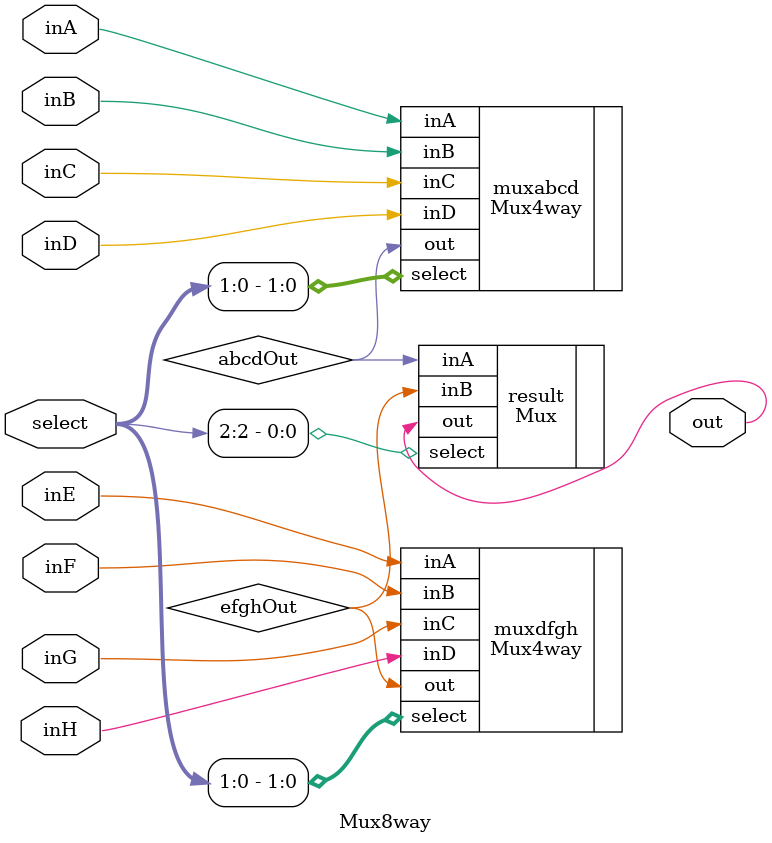
<source format=v>
`ifndef _MUX8WAY
`define _MUX8WAY
`include "Mux.v"
`include "Mux4way.v"

module Mux8way(out, select, inA, inB, inC, inD, inE, inF, inG, inH);
    output wire out;
    input  wire [2:0] select;
    input  wire inA;
    input  wire inB;
    input  wire inC;
    input  wire inD;
    input  wire inE;
    input  wire inF;
    input  wire inG;
    input  wire inH;

    wire abcdOut;
    wire efghOut;

    Mux4way muxabcd(.out(abcdOut), .select(select[1:0]), .inA(inA), .inB(inB), .inC(inC), .inD(inD));
    Mux4way muxdfgh(.out(efghOut), .select(select[1:0]), .inA(inE), .inB(inF), .inC(inG), .inD(inH));

    Mux result(.out(out), .select(select[2]), .inA(abcdOut), .inB(efghOut));

endmodule
`endif

</source>
